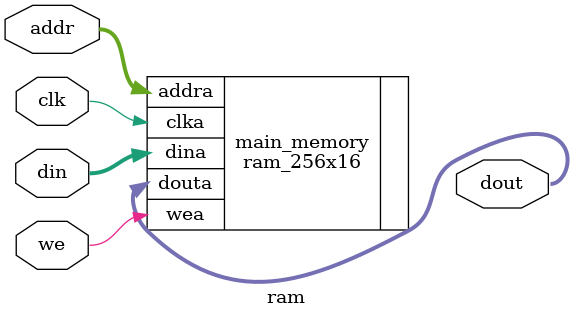
<source format=v>
`timescale 1ns / 1ps
/********************************************************************************
 *
 * Author:   Rosswell Tiongco & Jesus Luciano
 * Email:    rosswelltiongco@gmail.com & jlucian995@gmail.com
 * Filename: ram7.v
 * Date:     November 27, 2017
 * Version:  1.0
 *
 * Description: Ram module instantiates a memory module using coregen. The value
 * in the ram are specified by the file "ram_256x16_lab7Fa17.coe" given by
 * the instructor that contained control signals for use in our Execution Unit
 *
 *******************************************************************************/
module ram(clk, we, addr, din, dout);
    
    input clk, we;
    input [7:0] addr;
    input [15:0] din; 
    
    output [15:0] dout;

ram_256x16 main_memory (
  .clka(clk), // input clka
  .wea(we), // input [0 : 0] wea
  .addra(addr), // input [7 : 0] addra
  .dina(din), // input [15 : 0] dina
  .douta(dout) // output [15 : 0] douta
);

endmodule

</source>
